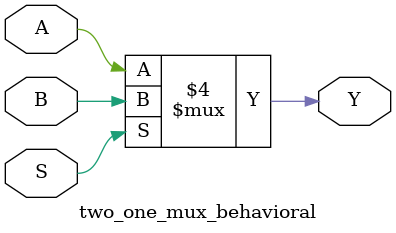
<source format=v>
`timescale 1ns / 1ps


module two_one_mux_behavioral(Y, A, B, S);
    output reg Y;           //outputs    
    input wire A, B, S;     //inputs
    
    
    always @ (A or B or S)  //Always block triggers when A, B, or S change
        begin
            if(S == 1'b0)
                Y = A;      //drive Y with A
            else
                Y = B;      //drive Y with B
        end
endmodule

</source>
